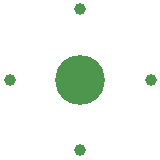
<source format=gbl>
G75*
G70*
%OFA0B0*%
%FSLAX24Y24*%
%IPPOS*%
%LPD*%
%AMOC8*
5,1,8,0,0,1.08239X$1,22.5*
%
%ADD10C,0.1660*%
%ADD11C,0.0396*%
D10*
X015101Y007701D03*
D11*
X015101Y005351D03*
X017451Y007701D03*
X012751Y007701D03*
X015101Y010051D03*
M02*

</source>
